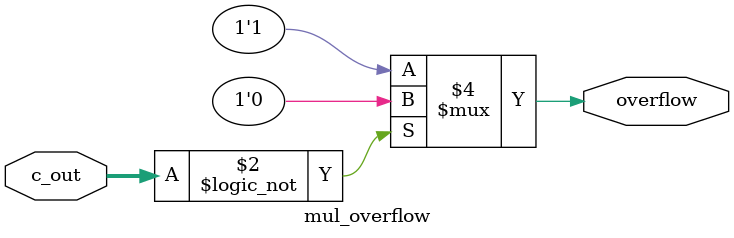
<source format=v>
module mul_overflow(output reg overflow, input [15:0] c_out);
	always @(*) begin
		if(c_out == 0)
			overflow = 0;
		else
			overflow = 1;
	end
endmodule


</source>
